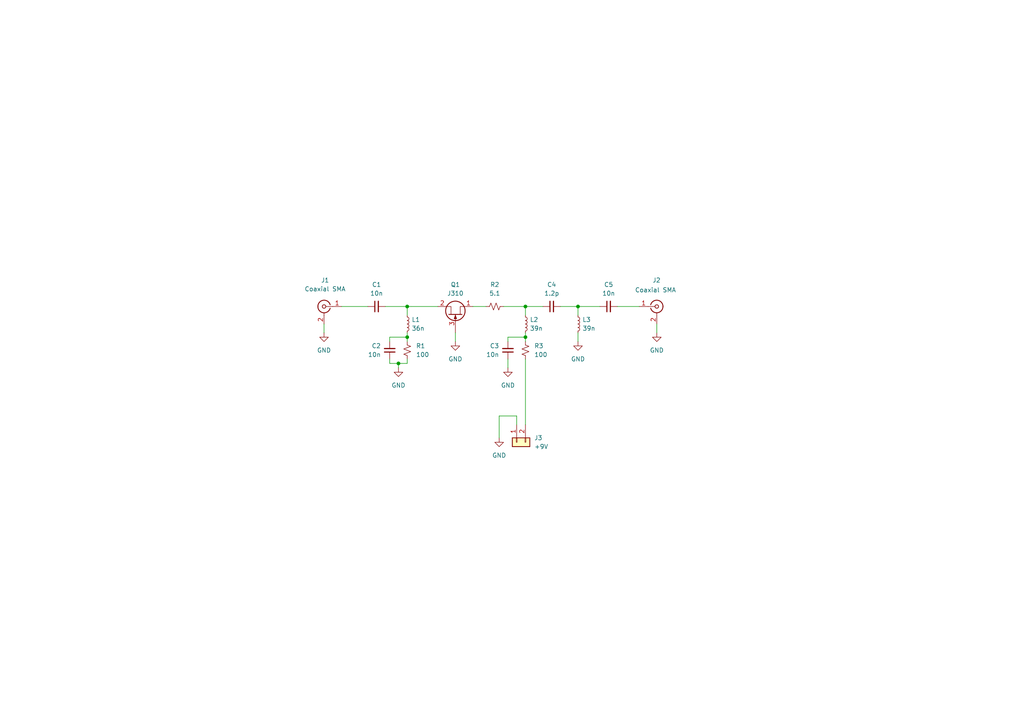
<source format=kicad_sch>
(kicad_sch (version 20211123) (generator eeschema)
  (paper "A4")
  (title_block (title "436.5MHz LNA") (rev "1.0") (company "KK7DLH"))
  (lib_symbols
    (symbol "Connector:Conn_Coaxial" (pin_names (offset 1.016) hide)
      (property "Reference" "J" (at 0.254 3.048 0))
      (property "Value" "Conn_Coaxial" (at 2.921 0 90))
      (symbol "Conn_Coaxial_0_1"
        (arc (start -1.778 -0.508) (mid 0.222 -1.808) (end 1.778 0) (stroke (width 0.254)))
        (polyline (pts (xy -2.54 0) (xy -0.508 0)))
        (polyline (pts (xy 0 -2.54) (xy 0 -1.778)))
        (circle (center 0 0) (radius 0.508) (stroke (width 0.2032)))
        (arc (start 1.778 0) (mid 0.222 1.8083) (end -1.778 0.508) (stroke (width 0.254)))
      )
      (symbol "Conn_Coaxial_1_1"
        (pin passive line (at -5.08 0 0) (length 2.54) (name "In") (number "1"))
        (pin passive line (at 0 -5.08 90) (length 2.54) (name "Ext") (number "2"))
      )
    )
    (symbol "Connector_Generic:Conn_01x02" (pin_names (offset 1.016) hide)
      (property "Reference" "J" (at 0 2.54 0))
      (property "Value" "Conn_01x02" (at 0 -5.08 0))
      (symbol "Conn_01x02_1_1"
        (rectangle (start -1.27 -2.413) (end 0 -2.667) (stroke (width 0.1524)))
        (rectangle (start -1.27 0.127) (end 0 -0.127) (stroke (width 0.1524)))
        (rectangle (start -1.27 1.27) (end 1.27 -3.81) (stroke (width 0.254)) (fill (type background)))
        (pin passive line (at -5.08 0 0) (length 3.81) (name "Pin_1") (number "1"))
        (pin passive line (at -5.08 -2.54 0) (length 3.81) (name "Pin_2") (number "2"))
      )
    )
    (symbol "Device:C_Small" (pin_numbers hide) (pin_names (offset 0.254) hide)
      (property "Reference" "C" (at 0.254 1.778 0))
      (property "Value" "C_Small" (at 0.254 -2.032 0))
      (symbol "C_Small_0_1"
        (polyline (pts (xy -1.524 -0.508) (xy 1.524 -0.508)) (stroke (width 0.3302)))
        (polyline (pts (xy -1.524 0.508) (xy 1.524 0.508)) (stroke (width 0.3048)))
      )
      (symbol "C_Small_1_1"
        (pin passive line (at 0 2.54 270) (length 2.032) (name "~") (number "1"))
        (pin passive line (at 0 -2.54 90) (length 2.032) (name "~") (number "2"))
      )
    )
    (symbol "Device:L_Small" (pin_numbers hide) (pin_names (offset 0.254) hide)
      (property "Reference" "L" (at 0.762 1.016 0))
      (property "Value" "L_Small" (at 0.762 -1.016 0))
      (symbol "L_Small_0_1"
        (arc (start 0 -2.032) (mid 0.508 -1.524) (end 0 -1.016))
        (arc (start 0 -1.016) (mid 0.508 -0.508) (end 0 0))
        (arc (start 0 0) (mid 0.508 0.508) (end 0 1.016))
        (arc (start 0 1.016) (mid 0.508 1.524) (end 0 2.032))
      )
      (symbol "L_Small_1_1"
        (pin passive line (at 0 2.54 270) (length 0.508) (name "~") (number "1"))
        (pin passive line (at 0 -2.54 90) (length 0.508) (name "~") (number "2"))
      )
    )
    (symbol "Device:Q_NJFET_DSG" (pin_names (offset 0) hide)
      (property "Reference" "Q" (at 5.08 1.27 0))
      (property "Value" "Q_NJFET_DSG" (at 5.08 -1.27 0))
      (symbol "Q_NJFET_DSG_0_1"
        (polyline (pts (xy 0.254 1.905) (xy 0.254 -1.905) (xy 0.254 -1.905)) (stroke (width 0.254)))
        (polyline (pts (xy 2.54 -2.54) (xy 2.54 -1.27) (xy 0.254 -1.27)))
        (polyline (pts (xy 2.54 2.54) (xy 2.54 1.397) (xy 0.254 1.397)))
        (polyline (pts (xy 0 0) (xy -1.016 0.381) (xy -1.016 -0.381) (xy 0 0)) (fill (type outline)))
        (circle (center 1.27 0) (radius 2.8194) (stroke (width 0.254)))
      )
      (symbol "Q_NJFET_DSG_1_1"
        (pin passive line (at 2.54 5.08 270) (length 2.54) (name "D") (number "1"))
        (pin passive line (at 2.54 -5.08 90) (length 2.54) (name "S") (number "2"))
        (pin input line (at -5.08 0 0) (length 5.334) (name "G") (number "3"))
      )
    )
    (symbol "Device:R_Small_US" (pin_numbers hide) (pin_names (offset 0.254) hide)
      (property "Reference" "R" (at 0.762 0.508 0))
      (property "Value" "R_Small_US" (at 0.762 -1.016 0))
      (symbol "R_Small_US_1_1"
        (polyline (pts (xy 0 0) (xy 1.016 -0.381) (xy 0 -0.762) (xy -1.016 -1.143) (xy 0 -1.524)))
        (polyline (pts (xy 0 1.524) (xy 1.016 1.143) (xy 0 0.762) (xy -1.016 0.381) (xy 0 0)))
        (pin passive line (at 0 2.54 270) (length 1.016) (name "~") (number "1"))
        (pin passive line (at 0 -2.54 90) (length 1.016) (name "~") (number "2"))
      )
    )
    (symbol "power:GND" (power) (pin_names (offset 0))
      (property "Value" "GND" (at 0 -3.81 0))
      (symbol "GND_0_1"
        (polyline (pts (xy 0 0) (xy 0 -1.27) (xy 1.27 -1.27) (xy 0 -2.54) (xy -1.27 -1.27) (xy 0 -1.27)))
      )
      (symbol "GND_1_1"
        (pin power_in line (at 0 0 270) (length 0) hide (name "GND") (number "1"))
      )
    )
  )
  (junction (at 152.4 88.9))
  (junction (at 118.11 88.9))
  (junction (at 152.4 97.79))
  (junction (at 118.11 97.79))
  (junction (at 115.57 105.41))
  (junction (at 167.64 88.9))
  (wire (pts (xy 152.4 88.9) (xy 157.48 88.9)))
  (wire (pts (xy 115.57 105.41) (xy 118.11 105.41)))
  (wire (pts (xy 132.08 96.52) (xy 132.08 99.06)))
  (wire (pts (xy 167.64 96.52) (xy 167.64 99.06)))
  (wire (pts (xy 152.4 104.14) (xy 152.4 123.19)))
  (wire (pts (xy 167.64 91.44) (xy 167.64 88.9)))
  (wire (pts (xy 93.98 93.98) (xy 93.98 96.52)))
  (wire (pts (xy 149.86 120.65) (xy 149.86 123.19)))
  (wire (pts (xy 147.32 104.14) (xy 147.32 106.68)))
  (wire (pts (xy 167.64 88.9) (xy 173.99 88.9)))
  (wire (pts (xy 113.03 99.06) (xy 113.03 97.79)))
  (wire (pts (xy 147.32 97.79) (xy 152.4 97.79)))
  (wire (pts (xy 152.4 97.79) (xy 152.4 99.06)))
  (wire (pts (xy 118.11 96.52) (xy 118.11 97.79)))
  (wire (pts (xy 111.76 88.9) (xy 118.11 88.9)))
  (wire (pts (xy 118.11 104.14) (xy 118.11 105.41)))
  (wire (pts (xy 147.32 99.06) (xy 147.32 97.79)))
  (wire (pts (xy 113.03 97.79) (xy 118.11 97.79)))
  (wire (pts (xy 146.05 88.9) (xy 152.4 88.9)))
  (wire (pts (xy 179.07 88.9) (xy 185.42 88.9)))
  (wire (pts (xy 118.11 88.9) (xy 118.11 91.44)))
  (wire (pts (xy 113.03 105.41) (xy 115.57 105.41)))
  (wire (pts (xy 167.64 88.9) (xy 162.56 88.9)))
  (wire (pts (xy 113.03 104.14) (xy 113.03 105.41)))
  (wire (pts (xy 144.78 127) (xy 144.78 120.65)))
  (wire (pts (xy 118.11 97.79) (xy 118.11 99.06)))
  (wire (pts (xy 137.16 88.9) (xy 140.97 88.9)))
  (wire (pts (xy 144.78 120.65) (xy 149.86 120.65)))
  (wire (pts (xy 190.5 93.98) (xy 190.5 96.52)))
  (wire (pts (xy 118.11 88.9) (xy 127 88.9)))
  (wire (pts (xy 152.4 96.52) (xy 152.4 97.79)))
  (wire (pts (xy 115.57 105.41) (xy 115.57 106.68)))
  (wire (pts (xy 152.4 88.9) (xy 152.4 91.44)))
  (wire (pts (xy 99.06 88.9) (xy 106.68 88.9)))
  (symbol (lib_id "Device:C_Small") (at 109.22 88.9 90) (unit 1)
    (property "Reference" "C1" (at 109.2263 82.55 90))
    (property "Value" "10n" (at 109.2263 85.09 90))
    (property "Footprint" "Capacitor_SMD:C_0603_1608Metric" (effects hide))
    (property "Dist" "DigiKey" (effects hide))
    (property "DPN" "1276-1091-2-ND" (effects hide))
    (property "MFN" "Samsung Electro-Mechanics" (effects hide))
    (property "MPN" "CL10C102JB8NNNC" (effects hide))
  )
  (symbol (lib_id "Device:R_Small_US") (at 118.11 101.6 0) (unit 1)
    (property "Reference" "R1" (at 120.65 100.3299 0) (effects (justify left)))
    (property "Value" "100" (at 120.65 102.8699 0) (effects (justify left)))
    (property "Footprint" "Resistor_SMD:R_0603_1608Metric" (effects hide))
    (property "Dist" "DigiKey" (effects hide))
    (property "DPN" "A129676TR-ND" (effects hide))
    (property "MFN" "TE Connectivity Passive Product" (effects hide))
    (property "MPN" "CRGCQ0603F100R" (effects hide))
  )
  (symbol (lib_id "Connector_Generic:Conn_01x02") (at 149.86 128.27 90) (mirror x) (unit 1)
    (property "Reference" "J3" (at 154.94 126.9999 90) (effects (justify right)))
    (property "Value" "+9V" (at 154.94 129.5399 90) (effects (justify right)))
    (property "Footprint" "Connector_PinHeader_2.54mm:PinHeader_1x02_P2.54mm_Vertical" (effects hide))
    (property "Dist" "DigiKey" (effects hide))
  )
  (symbol (lib_id "power:GND") (at 147.32 106.68 0) (unit 1)
    (property "Reference" "#PWR05" (effects hide))
    (property "Value" "GND" (at 147.32 111.76 0))
  )
  (symbol (lib_id "Device:L_Small") (at 167.64 93.98 0) (unit 1)
    (property "Reference" "L3" (at 168.91 92.7099 0) (effects (justify left)))
    (property "Value" "39n" (at 168.91 95.2499 0) (effects (justify left)))
    (property "Footprint" "Inductor_SMD:L_0603_1608Metric" (effects hide))
    (property "Datasheet" "https://www.coilcraft.com/getmedia/f3d98f97-cbe2-41fa-b3a9-518f674e881e/0603dc.pdf" (effects hide))
    (property "MFN" "Coilcraft" (effects hide))
    (property "MPN" "0603DC-39NXJRW" (effects hide))
    (property "Dist" "Coilcraft" (effects hide))
    (property "DPN" "0603DC-39NXJRW" (effects hide))
  )
  (symbol (lib_id "power:GND") (at 93.98 96.52 0) (unit 1)
    (property "Reference" "#PWR01" (effects hide))
    (property "Value" "GND" (at 93.98 101.6 0))
  )
  (symbol (lib_id "Device:L_Small") (at 118.11 93.98 0) (unit 1)
    (property "Reference" "L1" (at 119.38 92.7099 0) (effects (justify left)))
    (property "Value" "36n" (at 119.38 95.2499 0) (effects (justify left)))
    (property "Footprint" "Inductor_SMD:L_0603_1608Metric" (effects hide))
    (property "Datasheet" "https://www.coilcraft.com/getmedia/f3d98f97-cbe2-41fa-b3a9-518f674e881e/0603dc.pdf" (effects hide))
    (property "DPN" "0603DC-36NXJRW" (effects hide))
    (property "Dist" "Coilcraft" (effects hide))
    (property "MFN" "Coilcraft" (effects hide))
    (property "MPN" "0603DC-36NXJRW" (effects hide))
  )
  (symbol (lib_id "Device:C_Small") (at 176.53 88.9 90) (unit 1)
    (property "Reference" "C5" (at 176.5363 82.55 90))
    (property "Value" "10n" (at 176.5363 85.09 90))
    (property "Footprint" "Capacitor_SMD:C_0603_1608Metric" (effects hide))
    (property "Dist" "DigiKey" (effects hide))
    (property "DPN" "1276-1091-2-ND" (effects hide))
    (property "MFN" "Samsung Electro-Mechanics" (effects hide))
    (property "MPN" "CL10C102JB8NNNC" (effects hide))
  )
  (symbol (lib_id "power:GND") (at 144.78 127 0) (unit 1)
    (property "Reference" "#PWR04" (effects hide))
    (property "Value" "GND" (at 144.78 132.08 0))
  )
  (symbol (lib_id "power:GND") (at 132.08 99.06 0) (unit 1)
    (property "Reference" "#PWR03" (effects hide))
    (property "Value" "GND" (at 132.08 104.14 0))
  )
  (symbol (lib_id "Device:R_Small_US") (at 152.4 101.6 0) (unit 1)
    (property "Reference" "R3" (at 154.94 100.3299 0) (effects (justify left)))
    (property "Value" "100" (at 154.94 102.8699 0) (effects (justify left)))
    (property "Footprint" "Resistor_SMD:R_0603_1608Metric" (effects hide))
    (property "Dist" "DigiKey" (effects hide))
    (property "DPN" "A129676TR-ND" (effects hide))
    (property "MFN" "TE Connectivity Passive Product" (effects hide))
    (property "MPN" "CRGCQ0603F100R" (effects hide))
  )
  (symbol (lib_id "Device:C_Small") (at 147.32 101.6 0) (mirror x) (unit 1)
    (property "Reference" "C3" (at 144.78 100.3235 0) (effects (justify right)))
    (property "Value" "10n" (at 144.78 102.8635 0) (effects (justify right)))
    (property "Footprint" "Capacitor_SMD:C_0603_1608Metric" (effects hide))
    (property "Dist" "DigiKey" (effects hide))
    (property "DPN" "1276-1091-2-ND" (effects hide))
    (property "MFN" "Samsung Electro-Mechanics" (effects hide))
    (property "MPN" "CL10C102JB8NNNC" (effects hide))
  )
  (symbol (lib_id "power:GND") (at 190.5 96.52 0) (unit 1)
    (property "Reference" "#PWR07" (effects hide))
    (property "Value" "GND" (at 190.5 101.6 0))
  )
  (symbol (lib_id "Device:C_Small") (at 160.02 88.9 90) (unit 1)
    (property "Reference" "C4" (at 160.0263 82.55 90))
    (property "Value" "1.2p" (at 160.0263 85.09 90))
    (property "Footprint" "Capacitor_SMD:C_0603_1608Metric" (effects hide))
    (property "Dist" "DigiKey" (effects hide))
    (property "DPN" "311-3825-1-ND‎" (effects hide))
    (property "MFN" "YAGEO" (effects hide))
    (property "MPN" "CC0603BRNPO9BN1R2‎ " (effects hide))
  )
  (symbol (lib_id "Connector:Conn_Coaxial") (at 93.98 88.9 0) (mirror y) (unit 1)
    (property "Reference" "J1" (at 94.2974 81.28 0))
    (property "Value" "Coaxial SMA" (at 94.2974 83.82 0))
    (property "Footprint" "Connector_Coaxial:SMA_Amphenol_132289_EdgeMount" (effects hide))
    (property "Datasheet" "https://www.muellerelectric.com/product_files/785/DS-BU-1420701801.pdf" (effects hide))
    (property "Dist" "DigiKey" (effects hide))
    (property "DPN" "314-1702-ND‎" (effects hide))
    (property "MFN" "Muller Electric Co" (effects hide))
    (property "MPN" "BU-1420701801" (effects hide))
  )
  (symbol (lib_id "Device:R_Small_US") (at 143.51 88.9 90) (unit 1)
    (property "Reference" "R2" (at 143.51 82.55 90))
    (property "Value" "5.1" (at 143.51 85.09 90))
    (property "Footprint" "Resistor_SMD:R_0603_1608Metric" (effects hide))
    (property "Dist" "DigiKey" (effects hide))
    (property "DPN" "YAG3372CT-ND‎" (effects hide))
    (property "MFN" "YAGEO" (effects hide))
    (property "MPN" "RC0603FR-075R1L" (effects hide))
  )
  (symbol (lib_id "Device:C_Small") (at 113.03 101.6 0) (mirror x) (unit 1)
    (property "Reference" "C2" (at 110.49 100.3235 0) (effects (justify right)))
    (property "Value" "10n" (at 110.49 102.8635 0) (effects (justify right)))
    (property "Footprint" "Capacitor_SMD:C_0603_1608Metric" (effects hide))
    (property "Dist" "DigiKey" (effects hide))
    (property "DPN" "1276-1091-2-ND" (effects hide))
    (property "MFN" "Samsung Electro-Mechanics" (effects hide))
    (property "MPN" "CL10C102JB8NNNC" (effects hide))
  )
  (symbol (lib_id "Device:Q_NJFET_DSG") (at 132.08 91.44 270) (mirror x) (unit 1)
    (property "Reference" "Q1" (at 132.08 82.55 90))
    (property "Value" "J310" (at 132.08 85.09 90))
    (property "Footprint" "Package_TO_SOT_SMD:SOT-23" (effects hide))
    (property "Datasheet" "https://www.farnell.com/datasheets/1796558.pdf" (effects hide))
    (property "DPN" "MMBFJ310LT3GOSCT-ND‎" (effects hide))
    (property "Dist" "DigiKey" (effects hide))
    (property "MFN" "OnSemi" (effects hide))
    (property "MPN" "MMBFJ310LT3G" (effects hide))
  )
  (symbol (lib_id "Connector:Conn_Coaxial") (at 190.5 88.9 0) (unit 1)
    (property "Reference" "J2" (at 189.23 81.28 0) (effects (justify left)))
    (property "Value" "Coaxial SMA" (at 184.15 84.1131 0) (effects (justify left)))
    (property "Footprint" "Connector_Coaxial:SMA_Amphenol_132289_EdgeMount" (effects hide))
    (property "Datasheet" "https://www.muellerelectric.com/product_files/785/DS-BU-1420701801.pdf" (effects hide))
    (property "Dist" "DigiKey" (effects hide))
    (property "DPN" "314-1702-ND‎" (effects hide))
    (property "MFN" "Muller Electric Co" (effects hide))
    (property "MPN" "BU-1420701801" (effects hide))
  )
  (symbol (lib_id "power:GND") (at 167.64 99.06 0) (unit 1)
    (property "Reference" "#PWR06" (effects hide))
    (property "Value" "GND" (at 167.64 104.14 0))
  )
  (symbol (lib_id "power:GND") (at 115.57 106.68 0) (unit 1)
    (property "Reference" "#PWR02" (effects hide))
    (property "Value" "GND" (at 115.57 111.76 0))
  )
  (symbol (lib_id "Device:L_Small") (at 152.4 93.98 0) (unit 1)
    (property "Reference" "L2" (at 153.67 92.7099 0) (effects (justify left)))
    (property "Value" "39n" (at 153.67 95.2499 0) (effects (justify left)))
    (property "Footprint" "Inductor_SMD:L_0603_1608Metric" (effects hide))
    (property "Datasheet" "https://www.coilcraft.com/getmedia/f3d98f97-cbe2-41fa-b3a9-518f674e881e/0603dc.pdf" (effects hide))
    (property "DPN" "0603DC-39NXJRW" (effects hide))
    (property "Dist" "Coilcraft" (effects hide))
    (property "MFN" "Coilcraft" (effects hide))
    (property "MPN" "0603DC-39NXJRW" (effects hide))
  )
)
</source>
